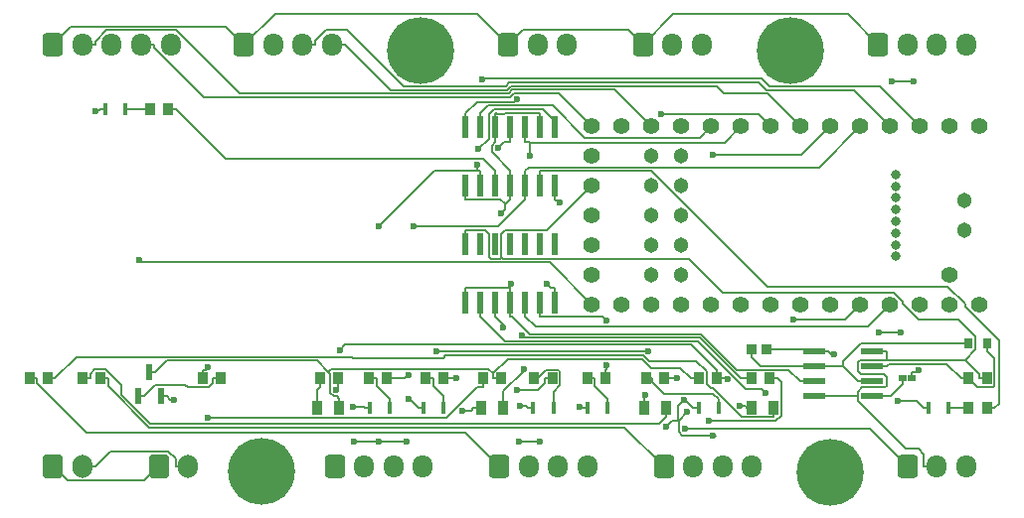
<source format=gbr>
%TF.GenerationSoftware,KiCad,Pcbnew,9.0.6*%
%TF.CreationDate,2025-12-12T19:08:40-08:00*%
%TF.ProjectId,ArmRobotBoardTeensy,41726d52-6f62-46f7-9442-6f6172645465,rev?*%
%TF.SameCoordinates,Original*%
%TF.FileFunction,Copper,L1,Top*%
%TF.FilePolarity,Positive*%
%FSLAX46Y46*%
G04 Gerber Fmt 4.6, Leading zero omitted, Abs format (unit mm)*
G04 Created by KiCad (PCBNEW 9.0.6) date 2025-12-12 19:08:40*
%MOMM*%
%LPD*%
G01*
G04 APERTURE LIST*
G04 Aperture macros list*
%AMRoundRect*
0 Rectangle with rounded corners*
0 $1 Rounding radius*
0 $2 $3 $4 $5 $6 $7 $8 $9 X,Y pos of 4 corners*
0 Add a 4 corners polygon primitive as box body*
4,1,4,$2,$3,$4,$5,$6,$7,$8,$9,$2,$3,0*
0 Add four circle primitives for the rounded corners*
1,1,$1+$1,$2,$3*
1,1,$1+$1,$4,$5*
1,1,$1+$1,$6,$7*
1,1,$1+$1,$8,$9*
0 Add four rect primitives between the rounded corners*
20,1,$1+$1,$2,$3,$4,$5,0*
20,1,$1+$1,$4,$5,$6,$7,0*
20,1,$1+$1,$6,$7,$8,$9,0*
20,1,$1+$1,$8,$9,$2,$3,0*%
G04 Aperture macros list end*
%TA.AperFunction,Conductor*%
%ADD10C,0.200000*%
%TD*%
%TA.AperFunction,SMDPad,CuDef*%
%ADD11R,0.558800X1.981200*%
%TD*%
%TA.AperFunction,SMDPad,CuDef*%
%ADD12R,0.860000X0.980000*%
%TD*%
%TA.AperFunction,SMDPad,CuDef*%
%ADD13R,0.653199X0.549999*%
%TD*%
%TA.AperFunction,ComponentPad*%
%ADD14RoundRect,0.250000X-0.600000X-0.750000X0.600000X-0.750000X0.600000X0.750000X-0.600000X0.750000X0*%
%TD*%
%TA.AperFunction,ComponentPad*%
%ADD15O,1.700000X2.000000*%
%TD*%
%TA.AperFunction,ComponentPad*%
%ADD16RoundRect,0.250000X-0.600000X-0.725000X0.600000X-0.725000X0.600000X0.725000X-0.600000X0.725000X0*%
%TD*%
%TA.AperFunction,ComponentPad*%
%ADD17O,1.700000X1.950000*%
%TD*%
%TA.AperFunction,SMDPad,CuDef*%
%ADD18R,0.838200X1.143000*%
%TD*%
%TA.AperFunction,SMDPad,CuDef*%
%ADD19R,0.812800X0.889000*%
%TD*%
%TA.AperFunction,SMDPad,CuDef*%
%ADD20R,0.406400X0.990600*%
%TD*%
%TA.AperFunction,ComponentPad*%
%ADD21C,1.404000*%
%TD*%
%TA.AperFunction,ComponentPad*%
%ADD22C,1.304000*%
%TD*%
%TA.AperFunction,ComponentPad*%
%ADD23C,0.804000*%
%TD*%
%TA.AperFunction,ComponentPad*%
%ADD24C,5.700000*%
%TD*%
%TA.AperFunction,SMDPad,CuDef*%
%ADD25R,0.558800X1.320800*%
%TD*%
%TA.AperFunction,SMDPad,CuDef*%
%ADD26R,1.981200X0.558800*%
%TD*%
%TA.AperFunction,SMDPad,CuDef*%
%ADD27R,0.790000X0.930000*%
%TD*%
%TA.AperFunction,ViaPad*%
%ADD28C,0.600000*%
%TD*%
%TA.AperFunction,Conductor*%
%ADD29C,0.150000*%
%TD*%
G04 APERTURE END LIST*
D10*
%TO.N,GND*%
X177200000Y-89150000D02*
X179050000Y-89150000D01*
%TD*%
D11*
%TO.P,U4,1,1A*%
%TO.N,BLINK*%
X140880000Y-108000000D03*
%TO.P,U4,2,1B*%
%TO.N,RPWM3*%
X142150000Y-108000000D03*
%TO.P,U4,3,1Y*%
%TO.N,RPWM3A*%
X143420000Y-108000000D03*
%TO.P,U4,4,2A*%
%TO.N,BLINK*%
X144690000Y-108000000D03*
%TO.P,U4,5,2B*%
%TO.N,LPWM3*%
X145960000Y-108000000D03*
%TO.P,U4,6,2Y*%
%TO.N,LPWM3A*%
X147230000Y-108000000D03*
%TO.P,U4,7,GND*%
%TO.N,GND*%
X148500000Y-108000000D03*
%TO.P,U4,8,3Y*%
%TO.N,unconnected-(U4-3Y-Pad8)*%
X148500000Y-103072400D03*
%TO.P,U4,9,3A*%
%TO.N,unconnected-(U4-3A-Pad9)*%
X147230000Y-103072400D03*
%TO.P,U4,10,3B*%
%TO.N,unconnected-(U4-3B-Pad10)*%
X145960000Y-103072400D03*
%TO.P,U4,11,4Y*%
%TO.N,unconnected-(U4-4Y-Pad11)*%
X144690000Y-103072400D03*
%TO.P,U4,12,4A*%
%TO.N,unconnected-(U4-4A-Pad12)*%
X143420000Y-103072400D03*
%TO.P,U4,13,4B*%
%TO.N,unconnected-(U4-4B-Pad13)*%
X142150000Y-103072400D03*
%TO.P,U4,14,VCC*%
%TO.N,+3.3V*%
X140880000Y-103072400D03*
%TD*%
D12*
%TO.P,R3,1*%
%TO.N,Net-(D3-Pad2)*%
X132671900Y-114500000D03*
%TO.P,R3,2*%
%TO.N,RPWM2A*%
X134201900Y-114500000D03*
%TD*%
D13*
%TO.P,C2,1*%
%TO.N,Net-(U2-CONT)*%
X178098401Y-114500000D03*
%TO.P,C2,2*%
%TO.N,GND*%
X178901599Y-114500000D03*
%TD*%
D14*
%TO.P,J7,1,Pin_1*%
%TO.N,+3.3V*%
X114750000Y-121975000D03*
D15*
%TO.P,J7,2,Pin_2*%
%TO.N,Net-(J6-Pin_2)*%
X117250000Y-121975000D03*
%TD*%
D16*
%TO.P,J8,1,Pin_1*%
%TO.N,PWM1EN*%
X129750000Y-121975000D03*
D17*
%TO.P,J8,2,Pin_2*%
%TO.N,RPWM1*%
X132250000Y-121975000D03*
%TO.P,J8,3,Pin_3*%
%TO.N,LPWM1*%
X134750000Y-121975000D03*
%TO.P,J8,4,Pin_4*%
%TO.N,PWM1VT*%
X137250000Y-121975000D03*
%TD*%
D12*
%TO.P,R6,1*%
%TO.N,Net-(D6-Pad2)*%
X146735000Y-114500000D03*
%TO.P,R6,2*%
%TO.N,RPWM3A*%
X148265000Y-114500000D03*
%TD*%
%TO.P,R8,1*%
%TO.N,Net-(J6-Pin_2)*%
X142369000Y-114484900D03*
%TO.P,R8,2*%
%TO.N,Net-(Q1-COLLECTOR)*%
X143899000Y-114484900D03*
%TD*%
D18*
%TO.P,D10,1*%
%TO.N,GND*%
X165209300Y-117000000D03*
%TO.P,D10,2*%
%TO.N,Net-(D10-Pad2)*%
X167088900Y-117000000D03*
%TD*%
D14*
%TO.P,J6,1,Pin_1*%
%TO.N,+3.3V*%
X105750000Y-121975000D03*
D15*
%TO.P,J6,2,Pin_2*%
%TO.N,Net-(J6-Pin_2)*%
X108250000Y-121975000D03*
%TD*%
D19*
%TO.P,C1,1*%
%TO.N,/NODE_A*%
X165204600Y-112000000D03*
%TO.P,C1,2*%
%TO.N,GND*%
X166500000Y-112000000D03*
%TD*%
D16*
%TO.P,J5,1,Pin_1*%
%TO.N,+3.3V*%
X176000000Y-86000000D03*
D17*
%TO.P,J5,2,Pin_2*%
%TO.N,GND*%
X178500000Y-86000000D03*
%TO.P,J5,3,Pin_3*%
%TO.N,SCL*%
X181000000Y-86000000D03*
%TO.P,J5,4,Pin_4*%
%TO.N,SDA*%
X183500000Y-86000000D03*
%TD*%
D12*
%TO.P,R13,1*%
%TO.N,Net-(D11-Pad2)*%
X108235000Y-114500000D03*
%TO.P,R13,2*%
%TO.N,PWM3EN*%
X109765000Y-114500000D03*
%TD*%
D20*
%TO.P,D6,1*%
%TO.N,GND*%
X146649100Y-117000000D03*
%TO.P,D6,2*%
%TO.N,Net-(D6-Pad2)*%
X148350900Y-117000000D03*
%TD*%
D18*
%TO.P,D8,1*%
%TO.N,GND*%
X142209300Y-117000000D03*
%TO.P,D8,2*%
%TO.N,Net-(D8-Pad2)*%
X144088900Y-117000000D03*
%TD*%
D16*
%TO.P,J11,1,Pin_1*%
%TO.N,SIG*%
X178500000Y-121975000D03*
D17*
%TO.P,J11,2,Pin_2*%
%TO.N,+3.3V*%
X181000000Y-121975000D03*
%TO.P,J11,3,Pin_3*%
%TO.N,GND*%
X183500000Y-121975000D03*
%TD*%
D12*
%TO.P,R11,1*%
%TO.N,Net-(D9-Pad2)*%
X156235000Y-114500000D03*
%TO.P,R11,2*%
%TO.N,SIG*%
X157765000Y-114500000D03*
%TD*%
D16*
%TO.P,J9,1,Pin_1*%
%TO.N,PWM2EN*%
X143750000Y-121975000D03*
D17*
%TO.P,J9,2,Pin_2*%
%TO.N,RPWM2*%
X146250000Y-121975000D03*
%TO.P,J9,3,Pin_3*%
%TO.N,LPWM2*%
X148750000Y-121975000D03*
%TO.P,J9,4,Pin_4*%
%TO.N,PWM2VT*%
X151250000Y-121975000D03*
%TD*%
D12*
%TO.P,R12,1*%
%TO.N,Net-(D10-Pad2)*%
X105265000Y-114500000D03*
%TO.P,R12,2*%
%TO.N,PWM2EN*%
X103735000Y-114500000D03*
%TD*%
D16*
%TO.P,J10,1,Pin_1*%
%TO.N,PWM3EN*%
X157750000Y-121975000D03*
D17*
%TO.P,J10,2,Pin_2*%
%TO.N,RPWM3*%
X160250000Y-121975000D03*
%TO.P,J10,3,Pin_3*%
%TO.N,LPWM3*%
X162750000Y-121975000D03*
%TO.P,J10,4,Pin_4*%
%TO.N,PWM3VT*%
X165250000Y-121975000D03*
%TD*%
D11*
%TO.P,U3,1,1A*%
%TO.N,BLINK*%
X140880000Y-98000000D03*
%TO.P,U3,2,1B*%
%TO.N,RPWM1*%
X142150000Y-98000000D03*
%TO.P,U3,3,1Y*%
%TO.N,RPWM1A*%
X143420000Y-98000000D03*
%TO.P,U3,4,2A*%
%TO.N,BLINK*%
X144690000Y-98000000D03*
%TO.P,U3,5,2B*%
%TO.N,LPWM1*%
X145960000Y-98000000D03*
%TO.P,U3,6,2Y*%
%TO.N,LPWM1A*%
X147230000Y-98000000D03*
%TO.P,U3,7,GND*%
%TO.N,GND*%
X148500000Y-98000000D03*
%TO.P,U3,8,3Y*%
%TO.N,RPWM2A*%
X148500000Y-93072400D03*
%TO.P,U3,9,3A*%
%TO.N,BLINK*%
X147230000Y-93072400D03*
%TO.P,U3,10,3B*%
%TO.N,RPWM2*%
X145960000Y-93072400D03*
%TO.P,U3,11,4Y*%
%TO.N,LPWM2A*%
X144690000Y-93072400D03*
%TO.P,U3,12,4A*%
%TO.N,BLINK*%
X143420000Y-93072400D03*
%TO.P,U3,13,4B*%
%TO.N,LPWM2*%
X142150000Y-93072400D03*
%TO.P,U3,14,VCC*%
%TO.N,+3.3V*%
X140880000Y-93072400D03*
%TD*%
D12*
%TO.P,R14,1*%
%TO.N,GND*%
X118470000Y-114500000D03*
%TO.P,R14,2*%
%TO.N,Net-(Q1-BASE)*%
X120000000Y-114500000D03*
%TD*%
D20*
%TO.P,D7,1*%
%TO.N,GND*%
X151298200Y-117000000D03*
%TO.P,D7,2*%
%TO.N,Net-(D7-Pad2)*%
X153000000Y-117000000D03*
%TD*%
D12*
%TO.P,R7,1*%
%TO.N,Net-(D7-Pad2)*%
X151235000Y-114500000D03*
%TO.P,R7,2*%
%TO.N,LPWM3A*%
X152765000Y-114500000D03*
%TD*%
D16*
%TO.P,J3,1,Pin_1*%
%TO.N,+3.3V*%
X144500000Y-86000000D03*
D17*
%TO.P,J3,2,Pin_2*%
%TO.N,A0*%
X147000000Y-86000000D03*
%TO.P,J3,3,Pin_3*%
%TO.N,GND*%
X149500000Y-86000000D03*
%TD*%
D21*
%TO.P,U1,1,GND*%
%TO.N,GND*%
X184644300Y-92969400D03*
%TO.P,U1,2,0_RX1_CRX2_CS1*%
%TO.N,PWM1EN*%
X182104300Y-92969400D03*
%TO.P,U1,3,1_TX1_CTX2_MISO1*%
%TO.N,RPWM1*%
X179564300Y-92969400D03*
%TO.P,U1,4,2_OUT2*%
%TO.N,A*%
X177024300Y-92969400D03*
%TO.P,U1,5,3_LRCLK2*%
%TO.N,LPWM1*%
X174484300Y-92969400D03*
%TO.P,U1,6,4_BCLK2*%
%TO.N,PWM2VT*%
X171944300Y-92969400D03*
%TO.P,U1,7,5_IN2*%
%TO.N,B*%
X169404300Y-92969400D03*
%TO.P,U1,8,6_OUT1D*%
%TO.N,PWM2EN*%
X166864300Y-92969400D03*
%TO.P,U1,9,7_RX2_OUT1A*%
%TO.N,RPWM2*%
X164324300Y-92969400D03*
%TO.P,U1,10,8_TX2_IN1*%
%TO.N,LPWM2*%
X161784300Y-92969400D03*
%TO.P,U1,11,9_OUT1C*%
%TO.N,SPIS*%
X159244300Y-92969400D03*
%TO.P,U1,12,10_CS_MQSR*%
%TO.N,CS*%
X156704300Y-92969400D03*
%TO.P,U1,13,11_MOSI_CTX1*%
%TO.N,unconnected-(U1-11_MOSI_CTX1-Pad13)*%
X154164300Y-92969400D03*
%TO.P,U1,14,12_MISO_MQSL*%
%TO.N,MISO*%
X151624300Y-92969400D03*
%TO.P,U1,15,VBAT*%
%TO.N,unconnected-(U1-VBAT-Pad15)*%
X151624300Y-95509400D03*
%TO.P,U1,16,3V3*%
%TO.N,+3.3V*%
X151624300Y-98049400D03*
%TO.P,U1,17,GND*%
%TO.N,unconnected-(U1-GND-Pad17)*%
X151624300Y-100589400D03*
%TO.P,U1,18,PROGRAM*%
%TO.N,unconnected-(U1-PROGRAM-Pad18)*%
X151624300Y-103129400D03*
%TO.P,U1,19,ON_OFF*%
%TO.N,unconnected-(U1-ON_OFF-Pad19)*%
X151624300Y-105669400D03*
%TO.P,U1,20,13_SCK_CRX1_LED*%
%TO.N,SCK*%
X151624300Y-108209400D03*
%TO.P,U1,21,14_A0_TX3_SPDIF_OUT*%
%TO.N,A0*%
X154164300Y-108209400D03*
%TO.P,U1,22,15_A1_RX3_SPDIF_IN*%
%TO.N,A1*%
X156704300Y-108209400D03*
%TO.P,U1,23,16_A2_RX4_SCL1*%
%TO.N,PWM1VT*%
X159244300Y-108209400D03*
%TO.P,U1,24,17_A3_TX4_SDA1*%
%TO.N,SIG*%
X161784300Y-108209400D03*
%TO.P,U1,25,18_A4_SDA0*%
%TO.N,SDA*%
X164324300Y-108209400D03*
%TO.P,U1,26,19_A5_SCL0*%
%TO.N,SCL*%
X166864300Y-108209400D03*
%TO.P,U1,27,20_A6_TX5_LRCLK1*%
%TO.N,PWM3VT*%
X169404300Y-108209400D03*
%TO.P,U1,28,21_A7_RX5_BCLK1*%
%TO.N,PWM3EN*%
X171944300Y-108209400D03*
%TO.P,U1,29,22_A8_CTX1*%
%TO.N,RPWM3*%
X174484300Y-108209400D03*
%TO.P,U1,30,23_A9_CRX1_MCLK1*%
%TO.N,LPWM3*%
X177024300Y-108209400D03*
%TO.P,U1,31,3V3*%
%TO.N,unconnected-(U1-3V3-Pad31)*%
X179564300Y-108209400D03*
%TO.P,U1,32,GND*%
%TO.N,unconnected-(U1-GND-Pad32)*%
X182104300Y-108209400D03*
%TO.P,U1,33,VIN*%
%TO.N,unconnected-(U1-VIN-Pad33)*%
X184644300Y-108209400D03*
%TO.P,U1,34,VUSB*%
%TO.N,unconnected-(U1-VUSB-Pad34)*%
X182104300Y-105669400D03*
D22*
%TO.P,U1,35,24_A10_TX6_SCL2*%
%TO.N,unconnected-(U1-24_A10_TX6_SCL2-Pad35)*%
X156704300Y-105669400D03*
%TO.P,U1,36,25_A11_RX6_SDA2*%
%TO.N,unconnected-(U1-25_A11_RX6_SDA2-Pad36)*%
X159244300Y-105669400D03*
%TO.P,U1,37,26_A12_MOSI1*%
%TO.N,unconnected-(U1-26_A12_MOSI1-Pad37)*%
X156704300Y-103129400D03*
%TO.P,U1,38,27_A13_SCK1*%
%TO.N,unconnected-(U1-27_A13_SCK1-Pad38)*%
X159244300Y-103129400D03*
%TO.P,U1,39,28_RX7*%
%TO.N,unconnected-(U1-28_RX7-Pad39)*%
X156704300Y-100589400D03*
%TO.P,U1,40,29_TX7*%
%TO.N,unconnected-(U1-29_TX7-Pad40)*%
X159244300Y-100589400D03*
%TO.P,U1,41,30_CRX3*%
%TO.N,unconnected-(U1-30_CRX3-Pad41)*%
X156704300Y-98049400D03*
%TO.P,U1,42,31_CTX3*%
%TO.N,unconnected-(U1-31_CTX3-Pad42)*%
X159244300Y-98049400D03*
%TO.P,U1,43,32_OUT1B*%
%TO.N,unconnected-(U1-32_OUT1B-Pad43)*%
X156704300Y-95509400D03*
%TO.P,U1,44,33_MCLK2*%
%TO.N,unconnected-(U1-33_MCLK2-Pad44)*%
X159244300Y-95509400D03*
D23*
%TO.P,U1,45,34_DAT1_MISO2*%
%TO.N,unconnected-(U1-34_DAT1_MISO2-Pad45)*%
X177505900Y-104089400D03*
%TO.P,U1,46,35_DAT0_MOSI2*%
%TO.N,unconnected-(U1-35_DAT0_MOSI2-Pad46)*%
X177505900Y-103089400D03*
%TO.P,U1,47,GND*%
%TO.N,unconnected-(U1-GND-Pad47)*%
X177505900Y-102089400D03*
%TO.P,U1,48,36_CLK_CS2*%
%TO.N,unconnected-(U1-36_CLK_CS2-Pad48)*%
X177505900Y-101089400D03*
%TO.P,U1,49,3V3*%
%TO.N,unconnected-(U1-3V3-Pad49)*%
X177505900Y-100089400D03*
%TO.P,U1,50,37_CMD_SCK2*%
%TO.N,unconnected-(U1-37_CMD_SCK2-Pad50)*%
X177505900Y-99089400D03*
%TO.P,U1,51,38_DAT3_RX5*%
%TO.N,unconnected-(U1-38_DAT3_RX5-Pad51)*%
X177505900Y-98089400D03*
%TO.P,U1,52,39_DAT2_TX5*%
%TO.N,unconnected-(U1-39_DAT2_TX5-Pad52)*%
X177505900Y-97089400D03*
D22*
%TO.P,U1,53,D-*%
%TO.N,unconnected-(U1-D--Pad53)*%
X183374300Y-101859400D03*
%TO.P,U1,54,D+*%
%TO.N,unconnected-(U1-D+-Pad54)*%
X183374300Y-99319400D03*
%TD*%
D18*
%TO.P,D11,1*%
%TO.N,GND*%
X156060200Y-117000000D03*
%TO.P,D11,2*%
%TO.N,Net-(D11-Pad2)*%
X157939800Y-117000000D03*
%TD*%
D24*
%TO.P,MH4,1,1*%
%TO.N,unconnected-(MH4-Pad1)*%
X171908500Y-122500000D03*
%TD*%
%TO.P,MH3,1,1*%
%TO.N,unconnected-(MH3-Pad1)*%
X123500000Y-122420000D03*
%TD*%
D20*
%TO.P,D9,1*%
%TO.N,GND*%
X160709300Y-117000000D03*
%TO.P,D9,2*%
%TO.N,Net-(D9-Pad2)*%
X162411100Y-117000000D03*
%TD*%
D16*
%TO.P,J1,1,Pin_1*%
%TO.N,+3.3V*%
X105752200Y-85977500D03*
D17*
%TO.P,J1,2,Pin_2*%
%TO.N,CS*%
X108252200Y-85977500D03*
%TO.P,J1,3,Pin_3*%
%TO.N,SCK*%
X110752200Y-85977500D03*
%TO.P,J1,4,Pin_4*%
%TO.N,MISO*%
X113252200Y-85977500D03*
%TO.P,J1,5,Pin_5*%
%TO.N,GND*%
X115752200Y-85977500D03*
%TD*%
D20*
%TO.P,D1,1*%
%TO.N,GND*%
X110209300Y-91500000D03*
%TO.P,D1,2*%
%TO.N,Net-(D1-Pad2)*%
X111911100Y-91500000D03*
%TD*%
D25*
%TO.P,Q1,1,BASE*%
%TO.N,Net-(Q1-BASE)*%
X113000000Y-116000000D03*
%TO.P,Q1,2,EMITTER*%
%TO.N,GND*%
X114905000Y-116000000D03*
%TO.P,Q1,3,COLLECTOR*%
%TO.N,Net-(Q1-COLLECTOR)*%
X113952500Y-113968000D03*
%TD*%
D12*
%TO.P,R4,1*%
%TO.N,Net-(D4-Pad2)*%
X137470000Y-114500000D03*
%TO.P,R4,2*%
%TO.N,LPWM2A*%
X139000000Y-114500000D03*
%TD*%
D18*
%TO.P,D5,1*%
%TO.N,Net-(D5-Pad1)*%
X128209300Y-117000000D03*
%TO.P,D5,2*%
%TO.N,Net-(Q1-COLLECTOR)*%
X130088900Y-117000000D03*
%TD*%
D12*
%TO.P,R15,1*%
%TO.N,/NODE_B*%
X183735000Y-114500000D03*
%TO.P,R15,2*%
%TO.N,+3.3V*%
X185265000Y-114500000D03*
%TD*%
D16*
%TO.P,J4,1,Pin_1*%
%TO.N,+3.3V*%
X156000000Y-86000000D03*
D17*
%TO.P,J4,2,Pin_2*%
%TO.N,A1*%
X158500000Y-86000000D03*
%TO.P,J4,3,Pin_3*%
%TO.N,GND*%
X161000000Y-86000000D03*
%TD*%
D16*
%TO.P,J2,1,Pin_1*%
%TO.N,+3.3V*%
X122000000Y-86000000D03*
D17*
%TO.P,J2,2,Pin_2*%
%TO.N,GND*%
X124500000Y-86000000D03*
%TO.P,J2,3,Pin_3*%
%TO.N,A*%
X127000000Y-86000000D03*
%TO.P,J2,4,Pin_4*%
%TO.N,B*%
X129500000Y-86000000D03*
%TD*%
D26*
%TO.P,U2,1,GND*%
%TO.N,GND*%
X170572400Y-112190000D03*
%TO.P,U2,2,TRIG*%
%TO.N,/NODE_A*%
X170572400Y-113460000D03*
%TO.P,U2,3,OUT*%
%TO.N,BLINK*%
X170572400Y-114730000D03*
%TO.P,U2,4,RESET*%
%TO.N,+3.3V*%
X170572400Y-116000000D03*
%TO.P,U2,5,CONT*%
%TO.N,Net-(U2-CONT)*%
X175500000Y-116000000D03*
%TO.P,U2,6,THRES*%
%TO.N,/NODE_A*%
X175500000Y-114730000D03*
%TO.P,U2,7,DISCH*%
%TO.N,/NODE_B*%
X175500000Y-113460000D03*
%TO.P,U2,8,VDD*%
%TO.N,+3.3V*%
X175500000Y-112190000D03*
%TD*%
D12*
%TO.P,R5,1*%
%TO.N,Net-(D5-Pad1)*%
X128470000Y-114500000D03*
%TO.P,R5,2*%
%TO.N,GND*%
X130000000Y-114500000D03*
%TD*%
%TO.P,R1,1*%
%TO.N,Net-(D1-Pad2)*%
X114000000Y-91500000D03*
%TO.P,R1,2*%
%TO.N,RPWM1A*%
X115530000Y-91500000D03*
%TD*%
D24*
%TO.P,MH1,1,1*%
%TO.N,unconnected-(MH1-Pad1)*%
X137000000Y-86500000D03*
%TD*%
D12*
%TO.P,R10,1*%
%TO.N,Net-(D8-Pad2)*%
X165235000Y-114500000D03*
%TO.P,R10,2*%
%TO.N,SPIS*%
X166765000Y-114500000D03*
%TD*%
%TO.P,R2,1*%
%TO.N,Net-(D2-Pad2)*%
X183735000Y-117000000D03*
%TO.P,R2,2*%
%TO.N,LPWM1A*%
X185265000Y-117000000D03*
%TD*%
D24*
%TO.P,MH2,1,1*%
%TO.N,unconnected-(MH2-Pad1)*%
X168500000Y-86500000D03*
%TD*%
D20*
%TO.P,D4,1*%
%TO.N,GND*%
X137298200Y-117000000D03*
%TO.P,D4,2*%
%TO.N,Net-(D4-Pad2)*%
X139000000Y-117000000D03*
%TD*%
%TO.P,D2,1*%
%TO.N,GND*%
X180298200Y-117000000D03*
%TO.P,D2,2*%
%TO.N,Net-(D2-Pad2)*%
X182000000Y-117000000D03*
%TD*%
D12*
%TO.P,R9,1*%
%TO.N,Net-(Q1-COLLECTOR)*%
X160735000Y-114500000D03*
%TO.P,R9,2*%
%TO.N,PWM1EN*%
X162265000Y-114500000D03*
%TD*%
D20*
%TO.P,D3,1*%
%TO.N,GND*%
X132709300Y-117000000D03*
%TO.P,D3,2*%
%TO.N,Net-(D3-Pad2)*%
X134411100Y-117000000D03*
%TD*%
D27*
%TO.P,R16,1*%
%TO.N,/NODE_A*%
X183680000Y-111500000D03*
%TO.P,R16,2*%
%TO.N,/NODE_B*%
X185320000Y-111500000D03*
%TD*%
D28*
%TO.N,+3.3V*%
X145212700Y-90682600D03*
%TO.N,GND*%
X116081900Y-116308400D03*
X161950000Y-119350000D03*
X118946100Y-113557500D03*
X145450000Y-119900000D03*
X177661200Y-116405300D03*
X129884300Y-115487100D03*
X147200000Y-119900000D03*
X135850000Y-119900000D03*
X147798300Y-106433500D03*
X157950000Y-118600000D03*
X176050000Y-110550000D03*
X177950000Y-110550000D03*
X164250000Y-116850000D03*
X179469800Y-113818400D03*
X159437100Y-116309300D03*
X133500000Y-119900000D03*
X136037900Y-116234400D03*
X145477000Y-116834800D03*
X131350000Y-119900000D03*
X172250400Y-112424400D03*
X148898500Y-99508600D03*
X156152800Y-115932300D03*
X140591500Y-117242700D03*
X177200000Y-89150000D03*
X131282700Y-116953600D03*
X109338200Y-91726700D03*
X159750000Y-117350000D03*
X150620900Y-116959600D03*
X179050000Y-89150000D03*
%TO.N,PWM1EN*%
X163192600Y-114574200D03*
X130146700Y-112129200D03*
%TO.N,LPWM1*%
X136442500Y-101499600D03*
%TO.N,PWM1VT*%
X138365800Y-112165000D03*
X156393000Y-112154700D03*
%TO.N,RPWM1*%
X133507000Y-101487500D03*
X141856600Y-96297600D03*
X142289300Y-88966400D03*
%TO.N,PWM2EN*%
X157537000Y-91953400D03*
%TO.N,PWM2VT*%
X161967500Y-95424900D03*
%TO.N,RPWM2*%
X146332800Y-95472000D03*
%TO.N,RPWM3*%
X166425500Y-115764300D03*
X168769400Y-109490500D03*
%TO.N,SIG*%
X159547000Y-118821000D03*
X158856600Y-114444700D03*
%TO.N,SPIS*%
X161616000Y-118141700D03*
%TO.N,SCK*%
X113055300Y-104404900D03*
%TO.N,BLINK*%
X144715800Y-106433500D03*
X143899900Y-100426600D03*
%TO.N,LPWM2A*%
X140090800Y-114480700D03*
X143623000Y-94837000D03*
%TO.N,RPWM2A*%
X136010400Y-114194500D03*
X141983900Y-94939800D03*
%TO.N,RPWM3A*%
X145293400Y-115501000D03*
X144087900Y-110182500D03*
%TO.N,LPWM3A*%
X152858100Y-109525000D03*
X152856500Y-113373100D03*
%TO.N,Net-(D8-Pad2)*%
X145666500Y-110785100D03*
X145813100Y-113687900D03*
%TO.N,Net-(J6-Pin_2)*%
X118902100Y-117810100D03*
%TD*%
D29*
%TO.N,+3.3V*%
X140880000Y-93072400D02*
X140880000Y-91855100D01*
X170572400Y-116000000D02*
X171181100Y-116000000D01*
X156000000Y-86000000D02*
X154754700Y-84754700D01*
X105750000Y-121975000D02*
X107000000Y-123225000D01*
X176584500Y-115236100D02*
X174662800Y-115236100D01*
X183443900Y-112925200D02*
X176717300Y-112925200D01*
X179923300Y-120971200D02*
X179422700Y-120470600D01*
X143926100Y-104156900D02*
X143926100Y-102197400D01*
X107267500Y-84462200D02*
X120462200Y-84462200D01*
X171181100Y-116000000D02*
X174280900Y-116000000D01*
X145745300Y-84754700D02*
X144500000Y-86000000D01*
X143926100Y-102197400D02*
X144268400Y-101855100D01*
X174548000Y-114098600D02*
X176466200Y-114098600D01*
X144058900Y-104289700D02*
X143926100Y-104156900D01*
X173423300Y-83423300D02*
X158576700Y-83423300D01*
X174280900Y-116410800D02*
X174280900Y-116000000D01*
X159883100Y-104289700D02*
X144058900Y-104289700D01*
X184318200Y-112050900D02*
X184318200Y-110920600D01*
X174282700Y-113833300D02*
X174548000Y-114098600D01*
X176466200Y-114098600D02*
X176717300Y-114349700D01*
X179923300Y-121975000D02*
X179923300Y-120971200D01*
X122000000Y-86000000D02*
X124643500Y-83356500D01*
X142913900Y-104156900D02*
X143046700Y-104289700D01*
X105752200Y-85977500D02*
X107267500Y-84462200D01*
X107000000Y-123225000D02*
X113500000Y-123225000D01*
X143046700Y-104289700D02*
X143793300Y-104289700D01*
X185265000Y-114500000D02*
X184608300Y-114500000D01*
X141827400Y-90907700D02*
X140880000Y-91855100D01*
X176717300Y-112925200D02*
X174444200Y-112925200D01*
X179422700Y-120470600D02*
X178340700Y-120470600D01*
X178340700Y-120470600D02*
X174280900Y-116410800D01*
X113500000Y-123225000D02*
X114750000Y-121975000D01*
X183443900Y-112925200D02*
X184318200Y-112050900D01*
X176717300Y-114349700D02*
X176717300Y-115103300D01*
X179472400Y-109458400D02*
X178122100Y-108108100D01*
X145212700Y-90682600D02*
X144987600Y-90907700D01*
X147818600Y-101855100D02*
X151624300Y-98049400D01*
X174282700Y-113086700D02*
X174282700Y-113833300D01*
X176717300Y-115103300D02*
X176584500Y-115236100D01*
X174662800Y-115236100D02*
X174280900Y-115618000D01*
X142543600Y-101855100D02*
X142913900Y-102225400D01*
X140880000Y-103072400D02*
X140880000Y-101855100D01*
X174280900Y-115618000D02*
X174280900Y-116000000D01*
X181000000Y-121975000D02*
X179923300Y-121975000D01*
X124643500Y-83356500D02*
X141856500Y-83356500D01*
X184608300Y-114089600D02*
X183443900Y-112925200D01*
X177355100Y-107216200D02*
X162809600Y-107216200D01*
X154754700Y-84754700D02*
X145745300Y-84754700D01*
X182856000Y-109458400D02*
X179472400Y-109458400D01*
X184608300Y-114500000D02*
X184608300Y-114089600D01*
X176000000Y-86000000D02*
X173423300Y-83423300D01*
X184318200Y-110920600D02*
X182856000Y-109458400D01*
X141856500Y-83356500D02*
X144500000Y-86000000D01*
X120462200Y-84462200D02*
X122000000Y-86000000D01*
X178122100Y-108108100D02*
X178122100Y-107983200D01*
X140880000Y-101855100D02*
X142543600Y-101855100D01*
X158576700Y-83423300D02*
X156000000Y-86000000D01*
X162809600Y-107216200D02*
X159883100Y-104289700D01*
X176717300Y-112190000D02*
X176717300Y-112925200D01*
X175500000Y-112190000D02*
X176717300Y-112190000D01*
X144987600Y-90907700D02*
X141827400Y-90907700D01*
X142913900Y-102225400D02*
X142913900Y-104156900D01*
X144268400Y-101855100D02*
X147818600Y-101855100D01*
X178122100Y-107983200D02*
X177355100Y-107216200D01*
X143793300Y-104289700D02*
X143926100Y-104156900D01*
X174444200Y-112925200D02*
X174282700Y-113086700D01*
%TO.N,GND*%
X180298200Y-117000000D02*
X179868300Y-117000000D01*
X109552700Y-91726700D02*
X109779400Y-91500000D01*
X132233000Y-116953600D02*
X132279400Y-117000000D01*
X145477000Y-116834800D02*
X146054000Y-116834800D01*
X159332123Y-119350000D02*
X162150000Y-119350000D01*
X136102700Y-116234400D02*
X136868300Y-117000000D01*
X151298200Y-117000000D02*
X150868300Y-117000000D01*
X118720300Y-113783300D02*
X118946100Y-113557500D01*
X130000000Y-115371400D02*
X130000000Y-114500000D01*
X179289900Y-113998300D02*
X178901600Y-113998300D01*
X148500000Y-98000000D02*
X148500000Y-99217300D01*
X164700000Y-116850000D02*
X164482123Y-116850000D01*
X177661200Y-116405300D02*
X179273600Y-116405300D01*
X133500000Y-119900000D02*
X135850000Y-119900000D01*
X156060200Y-116024900D02*
X156152800Y-115932300D01*
X159437100Y-116309300D02*
X159588700Y-116309300D01*
X147798300Y-106433500D02*
X148147500Y-106782700D01*
X132709300Y-117000000D02*
X132279400Y-117000000D01*
X160709300Y-117000000D02*
X160279400Y-117000000D01*
X116081900Y-116308400D02*
X115719500Y-116308400D01*
X148500000Y-108000000D02*
X148500000Y-106782700D01*
X110209300Y-91500000D02*
X109779400Y-91500000D01*
X166500000Y-112000000D02*
X170382400Y-112000000D01*
X179273600Y-116405300D02*
X179868300Y-117000000D01*
X165209300Y-117000000D02*
X164993877Y-117000000D01*
X142209300Y-117000000D02*
X141563500Y-117000000D01*
X172250400Y-112424400D02*
X172024100Y-112424400D01*
X146054000Y-116834800D02*
X146219200Y-117000000D01*
X148898500Y-99508600D02*
X148791300Y-99508600D01*
X137298200Y-117000000D02*
X136868300Y-117000000D01*
X136037900Y-116234400D02*
X136102700Y-116234400D01*
X118470000Y-113783300D02*
X118720300Y-113783300D01*
X148791300Y-99508600D02*
X148500000Y-99217300D01*
X159021000Y-118079000D02*
X159021000Y-119038877D01*
X115719500Y-116308400D02*
X115411100Y-116000000D01*
X109338200Y-91726700D02*
X109552700Y-91726700D01*
X156060200Y-117000000D02*
X156060200Y-116024900D01*
X176050000Y-110550000D02*
X177950000Y-110550000D01*
X145450000Y-119900000D02*
X147200000Y-119900000D01*
X159588700Y-116309300D02*
X160279400Y-117000000D01*
X146649100Y-117000000D02*
X146219200Y-117000000D01*
X118470000Y-114500000D02*
X118470000Y-113783300D01*
X141320800Y-117242700D02*
X141563500Y-117000000D01*
X158950000Y-118100000D02*
X158450000Y-118100000D01*
X179469800Y-113818400D02*
X179289900Y-113998300D01*
X159021000Y-119038877D02*
X159332123Y-119350000D01*
X140591500Y-117242700D02*
X141320800Y-117242700D01*
X158450000Y-118100000D02*
X157950000Y-118600000D01*
X178901600Y-114500000D02*
X178901600Y-113998300D01*
X150661300Y-117000000D02*
X150868300Y-117000000D01*
X129884300Y-115487100D02*
X130000000Y-115371400D01*
X159437100Y-116309300D02*
X158950000Y-116796400D01*
X170572400Y-112190000D02*
X171789700Y-112190000D01*
X158950000Y-116796400D02*
X158950000Y-118100000D01*
X131350000Y-119900000D02*
X133500000Y-119900000D01*
X164850000Y-117000000D02*
X164700000Y-116850000D01*
X172024100Y-112424400D02*
X171789700Y-112190000D01*
X150620900Y-116959600D02*
X150661300Y-117000000D01*
X148147500Y-106782700D02*
X148500000Y-106782700D01*
X170382400Y-112000000D02*
X170572400Y-112190000D01*
X159750000Y-117350000D02*
X159021000Y-118079000D01*
X131282700Y-116953600D02*
X132233000Y-116953600D01*
X114905000Y-116000000D02*
X115411100Y-116000000D01*
%TO.N,PWM1EN*%
X130146700Y-112129200D02*
X130649400Y-111626500D01*
X162265000Y-114500000D02*
X162921700Y-114500000D01*
X130649400Y-111626500D02*
X160108200Y-111626500D01*
X160108200Y-111626500D02*
X162265000Y-113783300D01*
X162265000Y-114500000D02*
X162265000Y-113783300D01*
X162995900Y-114574200D02*
X162921700Y-114500000D01*
X163192600Y-114574200D02*
X162995900Y-114574200D01*
%TO.N,LPWM1*%
X146261700Y-96481000D02*
X145960000Y-96782700D01*
X143677700Y-101499600D02*
X145960000Y-99217300D01*
X136442500Y-101499600D02*
X143677700Y-101499600D01*
X174484300Y-92969400D02*
X170972700Y-96481000D01*
X170972700Y-96481000D02*
X146261700Y-96481000D01*
X145960000Y-98000000D02*
X145960000Y-96782700D01*
X145960000Y-98000000D02*
X145960000Y-99217300D01*
%TO.N,PWM1VT*%
X138376100Y-112154700D02*
X138365800Y-112165000D01*
X156393000Y-112154700D02*
X138376100Y-112154700D01*
%TO.N,RPWM1*%
X138263000Y-96731500D02*
X133507000Y-101487500D01*
X179564300Y-92969400D02*
X176176900Y-89582000D01*
X142339600Y-88916100D02*
X142289300Y-88966400D01*
X142150000Y-98000000D02*
X142150000Y-96858500D01*
X166086300Y-88916100D02*
X142339600Y-88916100D01*
X166752200Y-89582000D02*
X166086300Y-88916100D01*
X176176900Y-89582000D02*
X166752200Y-89582000D01*
X142150000Y-96858500D02*
X142023000Y-96731500D01*
X141856600Y-96297600D02*
X141856600Y-96731500D01*
X142023000Y-96731500D02*
X141856600Y-96731500D01*
X141856600Y-96731500D02*
X138263000Y-96731500D01*
%TO.N,PWM2EN*%
X103735000Y-114500000D02*
X104391700Y-114500000D01*
X140866600Y-119091600D02*
X143750000Y-121975000D01*
X108572900Y-119091600D02*
X140866600Y-119091600D01*
X165848300Y-91953400D02*
X166864300Y-92969400D01*
X104391700Y-114910400D02*
X108572900Y-119091600D01*
X157537000Y-91953400D02*
X165848300Y-91953400D01*
X104391700Y-114500000D02*
X104391700Y-114910400D01*
%TO.N,LPWM2*%
X160819300Y-93934400D02*
X151003800Y-93934400D01*
X161784300Y-92969400D02*
X160819300Y-93934400D01*
X151003800Y-93934400D02*
X148278800Y-91209400D01*
X142150000Y-93072400D02*
X142150000Y-91855100D01*
X148278800Y-91209400D02*
X142795700Y-91209400D01*
X142795700Y-91209400D02*
X142150000Y-91855100D01*
%TO.N,PWM2VT*%
X161967500Y-95424900D02*
X169488800Y-95424900D01*
X169488800Y-95424900D02*
X171944300Y-92969400D01*
%TO.N,RPWM2*%
X162924900Y-94368800D02*
X146332800Y-94368800D01*
X146332800Y-95472000D02*
X146332800Y-94368800D01*
X164324300Y-92969400D02*
X162924900Y-94368800D01*
X145960000Y-93072400D02*
X145960000Y-94289700D01*
X146253700Y-94289700D02*
X146332800Y-94368800D01*
X145960000Y-94289700D02*
X146253700Y-94289700D01*
%TO.N,LPWM3*%
X145960000Y-108000000D02*
X145960000Y-109217300D01*
X146842100Y-110099400D02*
X175134300Y-110099400D01*
X145960000Y-109217300D02*
X146842100Y-110099400D01*
X175134300Y-110099400D02*
X177024300Y-108209400D01*
%TO.N,PWM3EN*%
X110421700Y-115172900D02*
X113906700Y-118657900D01*
X113906700Y-118657900D02*
X154432900Y-118657900D01*
X109765000Y-114500000D02*
X110421700Y-114500000D01*
X110421700Y-114500000D02*
X110421700Y-115172900D01*
X154432900Y-118657900D02*
X157750000Y-121975000D01*
%TO.N,RPWM3*%
X164762800Y-115399500D02*
X160688100Y-111324800D01*
X173203200Y-109490500D02*
X168769400Y-109490500D01*
X142150000Y-108000000D02*
X142150000Y-109217300D01*
X166425500Y-115764300D02*
X166060700Y-115399500D01*
X144257500Y-111324800D02*
X142150000Y-109217300D01*
X166060700Y-115399500D02*
X164762800Y-115399500D01*
X160688100Y-111324800D02*
X144257500Y-111324800D01*
X174484300Y-108209400D02*
X173203200Y-109490500D01*
%TO.N,A*%
X165844100Y-89250800D02*
X166477000Y-89883700D01*
X166477000Y-89883700D02*
X173938600Y-89883700D01*
X129024900Y-84766200D02*
X130811100Y-84766200D01*
X144619600Y-89250800D02*
X165844100Y-89250800D01*
X127000000Y-86000000D02*
X128076700Y-86000000D01*
X128076700Y-86000000D02*
X128076700Y-85714400D01*
X144288400Y-89582000D02*
X144619600Y-89250800D01*
X135626900Y-89582000D02*
X144288400Y-89582000D01*
X173938600Y-89883700D02*
X177024300Y-92969400D01*
X128076700Y-85714400D02*
X129024900Y-84766200D01*
X130811100Y-84766200D02*
X135626900Y-89582000D01*
%TO.N,B*%
X130576700Y-86000000D02*
X134460400Y-89883700D01*
X144413400Y-89883700D02*
X144744600Y-89552500D01*
X129500000Y-86000000D02*
X130576700Y-86000000D01*
X166620300Y-90185400D02*
X169404300Y-92969400D01*
X162883600Y-90185400D02*
X166620300Y-90185400D01*
X134460400Y-89883700D02*
X144413400Y-89883700D01*
X144744600Y-89552500D02*
X162250700Y-89552500D01*
X162250700Y-89552500D02*
X162883600Y-90185400D01*
%TO.N,SIG*%
X158856600Y-114444700D02*
X158477000Y-114444700D01*
X178500000Y-121975000D02*
X175346000Y-118821000D01*
X157765000Y-114500000D02*
X158421700Y-114500000D01*
X175346000Y-118821000D02*
X159547000Y-118821000D01*
X158477000Y-114444700D02*
X158421700Y-114500000D01*
%TO.N,Net-(D1-Pad2)*%
X114000000Y-91500000D02*
X111911100Y-91500000D01*
%TO.N,SPIS*%
X166765000Y-114500000D02*
X167421700Y-114500000D01*
X167739300Y-114817600D02*
X167421700Y-114500000D01*
X167739300Y-117701700D02*
X167739300Y-114817600D01*
X161616000Y-118141700D02*
X167299300Y-118141700D01*
X167299300Y-118141700D02*
X167739300Y-117701700D01*
%TO.N,MISO*%
X113252200Y-85977500D02*
X114328900Y-85977500D01*
X151624300Y-92969400D02*
X148810800Y-90155900D01*
X148810800Y-90155900D02*
X144994600Y-90155900D01*
X118569300Y-90487100D02*
X114328900Y-86246700D01*
X144994600Y-90155900D02*
X144663500Y-90487000D01*
X144663500Y-90487100D02*
X118569300Y-90487100D01*
X144663500Y-90487000D02*
X144663500Y-90487100D01*
X114328900Y-86246700D02*
X114328900Y-85977500D01*
%TO.N,Net-(Q1-COLLECTOR)*%
X129665100Y-116014900D02*
X129902000Y-116014900D01*
X155913100Y-112846300D02*
X144470500Y-112846300D01*
X160735000Y-114500000D02*
X160078300Y-114500000D01*
X129210000Y-113987400D02*
X129460000Y-113737400D01*
X115452500Y-112974100D02*
X128196600Y-112974100D01*
X159157400Y-113579100D02*
X156645900Y-113579100D01*
X144470500Y-112846300D02*
X143242300Y-114074500D01*
X129210000Y-113987400D02*
X129343300Y-114120800D01*
X143899000Y-114484900D02*
X143242300Y-114484900D01*
X113952500Y-113968000D02*
X114458600Y-113968000D01*
X160078300Y-114500000D02*
X159157400Y-113579100D01*
X114458600Y-113968000D02*
X115452500Y-112974100D01*
X135721100Y-113737400D02*
X135790800Y-113667700D01*
X129343300Y-114120800D02*
X129343300Y-115456200D01*
X128196600Y-112974100D02*
X129210000Y-113987400D01*
X129356500Y-115706300D02*
X129665100Y-116014900D01*
X135790800Y-113667700D02*
X142835500Y-113667700D01*
X130088900Y-117000000D02*
X130088900Y-116201800D01*
X143242300Y-114484900D02*
X143242300Y-114074500D01*
X129343300Y-115456200D02*
X129356500Y-115469400D01*
X129902000Y-116014900D02*
X130088900Y-116201800D01*
X142835500Y-113667700D02*
X143242300Y-114074500D01*
X129356500Y-115469400D02*
X129356500Y-115706300D01*
X129460000Y-113737400D02*
X135721100Y-113737400D01*
X156645900Y-113579100D02*
X155913100Y-112846300D01*
%TO.N,SCK*%
X148007800Y-104592900D02*
X151624300Y-108209400D01*
X113243300Y-104592900D02*
X148007800Y-104592900D01*
X113055300Y-104404900D02*
X113243300Y-104592900D01*
%TO.N,CS*%
X109328900Y-85743200D02*
X109328900Y-85977500D01*
X153589100Y-89854200D02*
X144869600Y-89854200D01*
X121651600Y-90185400D02*
X116230100Y-84763900D01*
X110308200Y-84763900D02*
X109328900Y-85743200D01*
X116230100Y-84763900D02*
X110308200Y-84763900D01*
X144538400Y-90185400D02*
X121651600Y-90185400D01*
X108252200Y-85977500D02*
X109328900Y-85977500D01*
X156704300Y-92969400D02*
X153589100Y-89854200D01*
X144869600Y-89854200D02*
X144538400Y-90185400D01*
%TO.N,/NODE_A*%
X175500000Y-114730000D02*
X174282700Y-114730000D01*
X173012700Y-113460000D02*
X170572400Y-113460000D01*
X174282700Y-114730000D02*
X173012700Y-113460000D01*
X169355100Y-113460000D02*
X169342200Y-113447100D01*
X173012700Y-113033500D02*
X174546200Y-111500000D01*
X169342200Y-113447100D02*
X165980500Y-113447100D01*
X165980500Y-113447100D02*
X165204600Y-112671200D01*
X165204600Y-112000000D02*
X165204600Y-112671200D01*
X170572400Y-113460000D02*
X169355100Y-113460000D01*
X173012700Y-113460000D02*
X173012700Y-113033500D01*
X174546200Y-111500000D02*
X183680000Y-111500000D01*
%TO.N,Net-(U2-CONT)*%
X177100100Y-116000000D02*
X175500000Y-116000000D01*
X178098400Y-115001700D02*
X177100100Y-116000000D01*
X178098400Y-114500000D02*
X178098400Y-115001700D01*
%TO.N,BLINK*%
X143420000Y-92463700D02*
X143420000Y-93072400D01*
X144690000Y-98608600D02*
X144690000Y-99217300D01*
X168367500Y-113748800D02*
X163965500Y-113748800D01*
X140880000Y-99217300D02*
X143847600Y-99217300D01*
X144229500Y-99599200D02*
X144308100Y-99599200D01*
X143420000Y-91855100D02*
X143421500Y-91856600D01*
X144690000Y-108000000D02*
X144690000Y-109217300D01*
X144690000Y-108000000D02*
X144690000Y-106782700D01*
X163965500Y-113748800D02*
X160938100Y-110721400D01*
X144690000Y-98608600D02*
X144690000Y-98000000D01*
X146347800Y-110721400D02*
X144843700Y-109217300D01*
X140880000Y-98000000D02*
X140880000Y-99217300D01*
X160938100Y-110721400D02*
X146347800Y-110721400D01*
X143096300Y-95189000D02*
X144690000Y-96782700D01*
X144690000Y-106782700D02*
X140880000Y-106782700D01*
X144843700Y-109217300D02*
X144690000Y-109217300D01*
X143420000Y-92463700D02*
X143420000Y-91855100D01*
X144149000Y-91951000D02*
X144244900Y-91855100D01*
X144690000Y-106782700D02*
X144690000Y-106459300D01*
X143096300Y-94613400D02*
X143096300Y-95189000D01*
X143421500Y-91856600D02*
X143491700Y-91856600D01*
X143491700Y-91856600D02*
X143586100Y-91951000D01*
X144690000Y-98000000D02*
X144690000Y-96782700D01*
X144308100Y-99599200D02*
X144690000Y-99217300D01*
X143847600Y-99217300D02*
X144229500Y-99599200D01*
X169348700Y-114730000D02*
X168367500Y-113748800D01*
X170572400Y-114730000D02*
X169348700Y-114730000D01*
X143586100Y-91951000D02*
X144149000Y-91951000D01*
X140880000Y-108000000D02*
X140880000Y-106782700D01*
X143420000Y-93072400D02*
X143420000Y-94289700D01*
X144244900Y-91855100D02*
X147230000Y-91855100D01*
X144229500Y-99599200D02*
X144229500Y-100097000D01*
X144690000Y-106459300D02*
X144715800Y-106433500D01*
X143420000Y-94289700D02*
X143096300Y-94613400D01*
X147230000Y-93072400D02*
X147230000Y-91855100D01*
X144229500Y-100097000D02*
X143899900Y-100426600D01*
%TO.N,LPWM2A*%
X140090800Y-114480700D02*
X139676000Y-114480700D01*
X144690000Y-93072400D02*
X144690000Y-94289700D01*
X139676000Y-114480700D02*
X139656700Y-114500000D01*
X144170300Y-94289700D02*
X143623000Y-94837000D01*
X139000000Y-114500000D02*
X139656700Y-114500000D01*
X144690000Y-94289700D02*
X144170300Y-94289700D01*
%TO.N,RPWM1A*%
X143420000Y-98000000D02*
X143420000Y-96782700D01*
X143420000Y-96782700D02*
X142408200Y-95770900D01*
X142408200Y-95770900D02*
X120457600Y-95770900D01*
X115530000Y-91500000D02*
X116186700Y-91500000D01*
X120457600Y-95770900D02*
X116186700Y-91500000D01*
%TO.N,RPWM2A*%
X142887200Y-91927100D02*
X143303200Y-91511100D01*
X134201900Y-114500000D02*
X135704900Y-114500000D01*
X135704900Y-114500000D02*
X136010400Y-114194500D01*
X141983900Y-94939800D02*
X142887200Y-94036500D01*
X143303200Y-91511100D02*
X147434400Y-91511100D01*
X147434400Y-91511100D02*
X148500000Y-92576700D01*
X142887200Y-94036500D02*
X142887200Y-91927100D01*
X148500000Y-92576700D02*
X148500000Y-93072400D01*
%TO.N,LPWM1A*%
X166562800Y-106637700D02*
X156707800Y-96782700D01*
X185265000Y-117000000D02*
X185921700Y-117000000D01*
X147230000Y-98000000D02*
X147230000Y-96782700D01*
X185921700Y-117000000D02*
X186277000Y-116644700D01*
X156707800Y-96782700D02*
X147230000Y-96782700D01*
X181924000Y-106637700D02*
X166562800Y-106637700D01*
X186277000Y-111225400D02*
X183417100Y-108365500D01*
X183417100Y-108130800D02*
X181924000Y-106637700D01*
X186277000Y-116644700D02*
X186277000Y-111225400D01*
X183417100Y-108365500D02*
X183417100Y-108130800D01*
%TO.N,RPWM3A*%
X148265000Y-114500000D02*
X147608300Y-114500000D01*
X147017700Y-115501000D02*
X147608300Y-114910400D01*
X143420000Y-108000000D02*
X143420000Y-109217300D01*
X144087900Y-109885200D02*
X144087900Y-110182500D01*
X147608300Y-114910400D02*
X147608300Y-114500000D01*
X143420000Y-109217300D02*
X144087900Y-109885200D01*
X145293400Y-115501000D02*
X147017700Y-115501000D01*
%TO.N,LPWM3A*%
X152550400Y-109217300D02*
X152858100Y-109525000D01*
X147230000Y-108000000D02*
X147230000Y-109217300D01*
X152765000Y-114500000D02*
X152765000Y-113783300D01*
X147230000Y-109217300D02*
X152550400Y-109217300D01*
X152856500Y-113691800D02*
X152765000Y-113783300D01*
X152856500Y-113373100D02*
X152856500Y-113691800D01*
%TO.N,/NODE_B*%
X183078300Y-114500000D02*
X181839500Y-113261200D01*
X183735000Y-114500000D02*
X183078300Y-114500000D01*
X176916100Y-113261200D02*
X176717300Y-113460000D01*
X175500000Y-113460000D02*
X176717300Y-113460000D01*
X185320000Y-111500000D02*
X185320000Y-112191700D01*
X184451700Y-115216700D02*
X183735000Y-114500000D01*
X185921700Y-112793400D02*
X185921700Y-115132000D01*
X185921700Y-115132000D02*
X185837000Y-115216700D01*
X185320000Y-112191700D02*
X185921700Y-112793400D01*
X185837000Y-115216700D02*
X184451700Y-115216700D01*
X181839500Y-113261200D02*
X176916100Y-113261200D01*
%TO.N,Net-(D2-Pad2)*%
X183735000Y-117000000D02*
X182000000Y-117000000D01*
%TO.N,Net-(D4-Pad2)*%
X139000000Y-117000000D02*
X139000000Y-116030000D01*
X137470000Y-114500000D02*
X138126700Y-114500000D01*
X139000000Y-116030000D02*
X138126700Y-115156700D01*
X138126700Y-115156700D02*
X138126700Y-114500000D01*
%TO.N,Net-(D6-Pad2)*%
X148351000Y-115654600D02*
X148350900Y-115654600D01*
X148350900Y-115654600D02*
X148350900Y-117000000D01*
X147063400Y-114461000D02*
X147741100Y-113783300D01*
X148788900Y-113783300D02*
X148921700Y-113916100D01*
X146735000Y-114500000D02*
X147063400Y-114500000D01*
X147741100Y-113783300D02*
X148788900Y-113783300D01*
X148921700Y-113916100D02*
X148921700Y-115083900D01*
X147063400Y-114500000D02*
X147063400Y-114461000D01*
X148921700Y-115083900D02*
X148351000Y-115654600D01*
%TO.N,Net-(D7-Pad2)*%
X151235000Y-114500000D02*
X151891700Y-114500000D01*
X153000000Y-116265000D02*
X153000000Y-117000000D01*
X151891700Y-115156700D02*
X153000000Y-116265000D01*
X151891700Y-114500000D02*
X151891700Y-115156700D01*
%TO.N,Net-(D8-Pad2)*%
X160813100Y-111023100D02*
X145904500Y-111023100D01*
X145813100Y-113872800D02*
X145813100Y-113687900D01*
X145904500Y-111023100D02*
X145666500Y-110785100D01*
X164290000Y-114500000D02*
X160813100Y-111023100D01*
X144088900Y-117000000D02*
X144088900Y-115597000D01*
X165235000Y-114500000D02*
X164290000Y-114500000D01*
X144088900Y-115597000D02*
X145813100Y-113872800D01*
%TO.N,Net-(D9-Pad2)*%
X161958700Y-115782500D02*
X162411100Y-116234900D01*
X156766700Y-114774500D02*
X157774700Y-115782500D01*
X156766700Y-114500000D02*
X156766700Y-114774500D01*
X157774700Y-115782500D02*
X161958700Y-115782500D01*
X156235000Y-114500000D02*
X156766700Y-114500000D01*
X162411100Y-116234900D02*
X162411100Y-117000000D01*
%TO.N,Net-(D10-Pad2)*%
X161393800Y-113852600D02*
X161393800Y-114939400D01*
X105265000Y-114500000D02*
X105921700Y-114500000D01*
X138994100Y-112734100D02*
X139183600Y-112544600D01*
X164411400Y-117798200D02*
X167088900Y-117798200D01*
X107756400Y-112665300D02*
X131234300Y-112665300D01*
X131303100Y-112734100D02*
X138994100Y-112734100D01*
X161760000Y-115305600D02*
X161918800Y-115305600D01*
X161393800Y-114939400D02*
X161760000Y-115305600D01*
X131234300Y-112665300D02*
X131303100Y-112734100D01*
X156478100Y-112984600D02*
X160525800Y-112984600D01*
X167088900Y-117000000D02*
X167088900Y-117798200D01*
X139183600Y-112544600D02*
X156038100Y-112544600D01*
X160525800Y-112984600D02*
X161393800Y-113852600D01*
X156038100Y-112544600D02*
X156478100Y-112984600D01*
X105921700Y-114500000D02*
X107756400Y-112665300D01*
X161918800Y-115305600D02*
X164411400Y-117798200D01*
%TO.N,Net-(D11-Pad2)*%
X108891700Y-114500000D02*
X108891700Y-114089600D01*
X157939800Y-117000000D02*
X157939800Y-117798200D01*
X111597200Y-115921700D02*
X114013800Y-118338300D01*
X110218900Y-113703400D02*
X111597200Y-115081700D01*
X108235000Y-114500000D02*
X108891700Y-114500000D01*
X108891700Y-114089600D02*
X109277900Y-113703400D01*
X111597200Y-115081700D02*
X111597200Y-115921700D01*
X157399700Y-118338300D02*
X157939800Y-117798200D01*
X114013800Y-118338300D02*
X157399700Y-118338300D01*
X109277900Y-113703400D02*
X110218900Y-113703400D01*
%TO.N,Net-(Q1-BASE)*%
X117204900Y-115257600D02*
X118996100Y-115257600D01*
X118996100Y-115257600D02*
X119343300Y-114910400D01*
X120000000Y-114500000D02*
X119343300Y-114500000D01*
X119343300Y-114910400D02*
X119343300Y-114500000D01*
X113000000Y-116000000D02*
X113506100Y-116000000D01*
X114443000Y-115063100D02*
X117010400Y-115063100D01*
X113506100Y-116000000D02*
X114443000Y-115063100D01*
X117010400Y-115063100D02*
X117204900Y-115257600D01*
%TO.N,Net-(D3-Pad2)*%
X134411100Y-116239200D02*
X133328600Y-115156700D01*
X134411100Y-117000000D02*
X134411100Y-116239200D01*
X132671900Y-114500000D02*
X133328600Y-114500000D01*
X133328600Y-115156700D02*
X133328600Y-114500000D01*
%TO.N,Net-(D5-Pad1)*%
X128470000Y-115216700D02*
X128209300Y-115477400D01*
X128209300Y-115477400D02*
X128209300Y-117000000D01*
X128470000Y-114500000D02*
X128470000Y-115216700D01*
%TO.N,Net-(J6-Pin_2)*%
X110604100Y-120697600D02*
X109326700Y-121975000D01*
X117250000Y-121975000D02*
X116173300Y-121975000D01*
X118973900Y-117881900D02*
X118902100Y-117810100D01*
X139207500Y-117881900D02*
X118973900Y-117881900D01*
X142369000Y-114484900D02*
X142369000Y-115201600D01*
X108250000Y-121975000D02*
X109326700Y-121975000D01*
X116173300Y-121975000D02*
X116173300Y-121302100D01*
X141887800Y-115201600D02*
X139207500Y-117881900D01*
X142369000Y-115201600D02*
X141887800Y-115201600D01*
X115568800Y-120697600D02*
X110604100Y-120697600D01*
X116173300Y-121302100D02*
X115568800Y-120697600D01*
%TD*%
M02*

</source>
